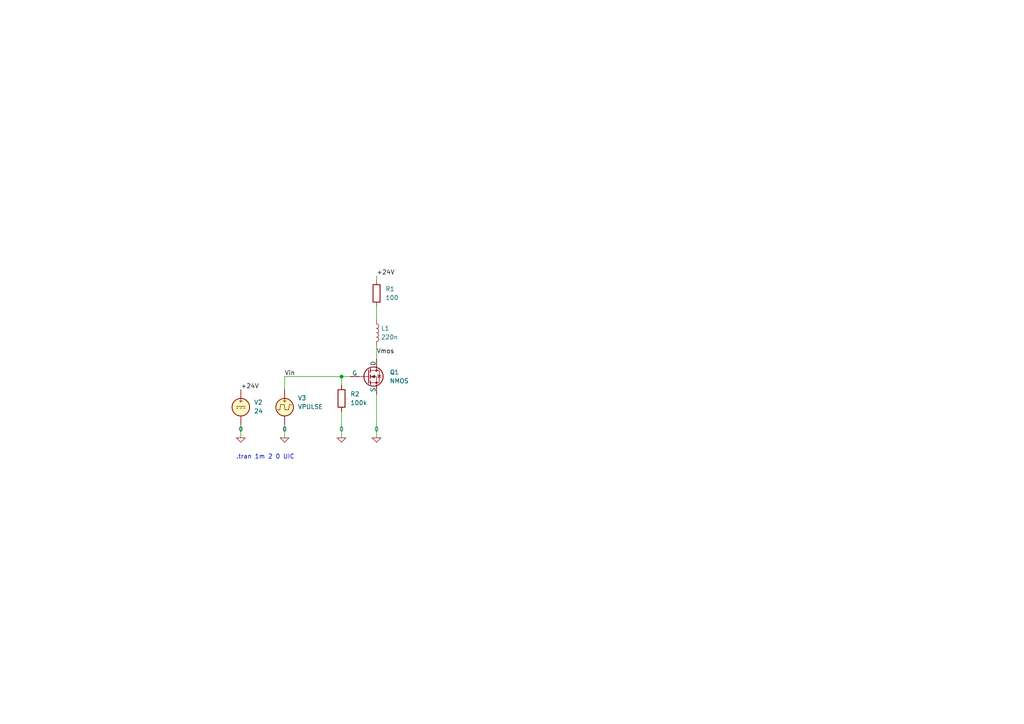
<source format=kicad_sch>
(kicad_sch (version 20231120) (generator "eeschema") (generator_version "8.0")
  (paper "A4")
  (lib_symbols
    (symbol "Device:L" (pin_numbers hide) (pin_names (offset 1.016) hide)
      (property "Reference" "L" (at -1.27 0 90))
      (property "Value" "L" (at 1.905 0 90))
      (symbol "L_0_1"
        (arc (start 0 -2.54) (mid 0.6323 -1.905) (end 0 -1.27))
        (arc (start 0 -1.27) (mid 0.6323 -0.635) (end 0 0))
        (arc (start 0 0) (mid 0.6323 0.635) (end 0 1.27))
        (arc (start 0 1.27) (mid 0.6323 1.905) (end 0 2.54))
      )
      (symbol "L_1_1"
        (pin passive line (at 0 3.81 270) (length 1.27) (name "1") (number "1"))
        (pin passive line (at 0 -3.81 90) (length 1.27) (name "2") (number "2"))
      )
    )
    (symbol "Device:R" (pin_numbers hide) (pin_names (offset 0))
      (property "Reference" "R" (at 2.032 0 90))
      (property "Value" "R" (at 0 0 90))
      (symbol "R_0_1"
        (rectangle (start -1.016 -2.54) (end 1.016 2.54) (stroke (width 0.254)))
      )
      (symbol "R_1_1"
        (pin passive line (at 0 3.81 270) (length 1.27) (name "~") (number "1"))
        (pin passive line (at 0 -3.81 90) (length 1.27) (name "~") (number "2"))
      )
    )
    (symbol "Simulation_SPICE:0" (power) (pin_numbers hide) (pin_names (offset 0) hide)
      (property "Value" "0" (at 0 -2.54 0))
      (symbol "0_0_1"
        (polyline (pts (xy -1.27 0) (xy 0 -1.27) (xy 1.27 0) (xy -1.27 0)))
      )
      (symbol "0_1_1"
        (pin power_in line (at 0 0 0) (length 0) (name "~") (number "1"))
      )
    )
    (symbol "Simulation_SPICE:NMOS" (pin_numbers hide) (pin_names (offset 0))
      (property "Reference" "Q" (at 5.08 1.27 0))
      (property "Value" "NMOS" (at 5.08 -1.27 0))
      (symbol "NMOS_0_1"
        (polyline (pts (xy 0.254 0) (xy -2.54 0)))
        (polyline (pts (xy 0.254 1.905) (xy 0.254 -1.905)) (stroke (width 0.254)))
        (polyline (pts (xy 0.762 -1.27) (xy 0.762 -2.286)) (stroke (width 0.254)))
        (polyline (pts (xy 0.762 0.508) (xy 0.762 -0.508)) (stroke (width 0.254)))
        (polyline (pts (xy 0.762 2.286) (xy 0.762 1.27)) (stroke (width 0.254)))
        (polyline (pts (xy 2.54 2.54) (xy 2.54 1.778)))
        (polyline (pts (xy 2.54 -2.54) (xy 2.54 0) (xy 0.762 0)))
        (polyline (pts (xy 0.762 -1.778) (xy 3.302 -1.778) (xy 3.302 1.778) (xy 0.762 1.778)))
        (polyline (pts (xy 1.016 0) (xy 2.032 0.381) (xy 2.032 -0.381) (xy 1.016 0)) (fill (type outline)))
        (polyline (pts (xy 2.794 0.508) (xy 2.921 0.381) (xy 3.683 0.381) (xy 3.81 0.254)))
        (polyline (pts (xy 3.302 0.381) (xy 2.921 -0.254) (xy 3.683 -0.254) (xy 3.302 0.381)))
        (circle (center 1.651 0) (radius 2.794) (stroke (width 0.254)))
        (circle (center 2.54 -1.778) (radius 0.254) (fill (type outline)))
        (circle (center 2.54 1.778) (radius 0.254) (fill (type outline)))
      )
      (symbol "NMOS_1_1"
        (pin passive line (at 2.54 5.08 270) (length 2.54) (name "D") (number "1"))
        (pin input line (at -5.08 0 0) (length 2.54) (name "G") (number "2"))
        (pin passive line (at 2.54 -5.08 90) (length 2.54) (name "S") (number "3"))
      )
    )
    (symbol "Simulation_SPICE:VDC" (pin_numbers hide) (pin_names (offset 0.0254))
      (property "Reference" "V" (at 2.54 2.54 0))
      (property "Value" "1" (at 2.54 0 0))
      (symbol "VDC_0_0"
        (polyline (pts (xy -1.27 0.254) (xy 1.27 0.254)))
        (polyline (pts (xy -0.762 -0.254) (xy -1.27 -0.254)))
        (polyline (pts (xy 0.254 -0.254) (xy -0.254 -0.254)))
        (polyline (pts (xy 1.27 -0.254) (xy 0.762 -0.254)))
        (text "+" (at 0 1.905 0) (effects (font (size 1.27 1.27))))
      )
      (symbol "VDC_0_1"
        (circle (center 0 0) (radius 2.54) (stroke (width 0.254)) (fill (type background)))
      )
      (symbol "VDC_1_1"
        (pin passive line (at 0 5.08 270) (length 2.54) (name "~") (number "1"))
        (pin passive line (at 0 -5.08 90) (length 2.54) (name "~") (number "2"))
      )
    )
    (symbol "Simulation_SPICE:VPULSE" (pin_numbers hide) (pin_names (offset 0.0254))
      (property "Reference" "V" (at 2.54 2.54 0))
      (property "Value" "VPULSE" (at 2.54 0 0))
      (property "Sim.Params" "y1=0 y2=1 td=2n tr=2n tf=2n tw=50n per=100n" (at 2.54 -2.54 0))
      (symbol "VPULSE_0_0"
        (polyline (pts (xy -2.032 -0.762) (xy -1.397 -0.762) (xy -1.143 0.762) (xy -0.127 0.762) (xy 0.127 -0.762) (xy 1.143 -0.762) (xy 1.397 0.762) (xy 2.032 0.762)))
        (text "+" (at 0 1.905 0) (effects (font (size 1.27 1.27))))
      )
      (symbol "VPULSE_0_1"
        (circle (center 0 0) (radius 2.54) (stroke (width 0.254)) (fill (type background)))
      )
      (symbol "VPULSE_1_1"
        (pin passive line (at 0 5.08 270) (length 2.54) (name "~") (number "1"))
        (pin passive line (at 0 -5.08 90) (length 2.54) (name "~") (number "2"))
      )
    )
  )
  (junction (at 99.06 109.22))
  (wire (pts (xy 69.85 123.19) (xy 69.85 127)))
  (wire (pts (xy 99.06 109.22) (xy 99.06 111.76)))
  (wire (pts (xy 82.55 109.22) (xy 99.06 109.22)))
  (wire (pts (xy 82.55 113.03) (xy 82.55 109.22)))
  (wire (pts (xy 109.22 80.01) (xy 109.22 81.28)))
  (wire (pts (xy 109.22 114.3) (xy 109.22 127)))
  (wire (pts (xy 82.55 123.19) (xy 82.55 127)))
  (wire (pts (xy 109.22 100.33) (xy 109.22 104.14)))
  (wire (pts (xy 99.06 119.38) (xy 99.06 127)))
  (wire (pts (xy 99.06 109.22) (xy 101.6 109.22)))
  (wire (pts (xy 109.22 88.9) (xy 109.22 92.71)))
  (text ".tran 1m 2 0 UIC" (at 76.962 132.588 0) (effects (font (size 1.27 1.27))))
  (label "+24V" (at 109.22 80.01 0))
  (label "+24V" (at 69.85 113.03 0))
  (label "Vmos" (at 109.22 102.87 0))
  (label "Vin" (at 82.55 109.22 0))
  (symbol (lib_id "Device:L") (at 109.22 96.52 0) (unit 1)
    (property "Reference" "L1" (at 110.49 95.2499 0) (effects (justify left)))
    (property "Value" "220n" (at 110.49 97.7899 0) (effects (justify left)))
    (property "Description" "Inductor" (effects (hide yes)))
  )
  (symbol (lib_id "Device:R") (at 99.06 115.57 180) (unit 1)
    (property "Reference" "R2" (at 101.6 114.2999 0) (effects (justify right)))
    (property "Value" "100k" (at 101.6 116.8399 0) (effects (justify right)))
    (property "Description" "Resistor" (effects (hide yes)))
  )
  (symbol (lib_id "Device:R") (at 109.22 85.09 0) (unit 1)
    (property "Reference" "R1" (at 111.76 83.8199 0) (effects (justify left)))
    (property "Value" "100" (at 111.76 86.3599 0) (effects (justify left)))
    (property "Description" "Resistor" (effects (hide yes)))
  )
  (symbol (lib_id "Simulation_SPICE:NMOS") (at 106.68 109.22 0) (unit 1)
    (property "Reference" "Q1" (at 113.03 107.9499 0) (effects (justify left)))
    (property "Value" "NMOS" (at 113.03 110.4899 0) (effects (justify left)))
    (property "Datasheet" "https://ngspice.sourceforge.io/docs/ngspice-html-manual/manual.xhtml#cha_MOSFETs" (effects (hide yes)))
    (property "Description" "N-MOSFET transistor, drain/source/gate" (effects (hide yes)))
    (property "Sim.Device" "NMOS" (effects (hide yes)))
    (property "Sim.Type" "VDMOS" (effects (hide yes)))
    (property "Sim.Pins" "1=D 2=G 3=S" (effects (hide yes)))
  )
  (symbol (lib_id "Simulation_SPICE:0") (at 99.06 127 0) (unit 1)
    (property "Reference" "#GND04" (effects (hide yes)))
    (property "Value" "0" (at 99.06 124.46 0))
    (property "Datasheet" "https://ngspice.sourceforge.io/docs/ngspice-html-manual/manual.xhtml#subsec_Circuit_elements__device" (effects (hide yes)))
    (property "Description" "0V reference potential for simulation" (effects (hide yes)))
  )
  (symbol (lib_id "Simulation_SPICE:0") (at 69.85 127 0) (unit 1)
    (property "Reference" "#GND02" (effects (hide yes)))
    (property "Value" "0" (at 69.85 124.46 0))
    (property "Datasheet" "https://ngspice.sourceforge.io/docs/ngspice-html-manual/manual.xhtml#subsec_Circuit_elements__device" (effects (hide yes)))
    (property "Description" "0V reference potential for simulation" (effects (hide yes)))
  )
  (symbol (lib_id "Simulation_SPICE:VDC") (at 69.85 118.11 0) (unit 1)
    (property "Reference" "V2" (at 73.66 116.7101 0) (effects (justify left)))
    (property "Value" "24" (at 73.66 119.2501 0) (effects (justify left)))
    (property "Datasheet" "https://ngspice.sourceforge.io/docs/ngspice-html-manual/manual.xhtml#sec_Independent_Sources_for" (effects (hide yes)))
    (property "Description" "Voltage source, DC" (effects (hide yes)))
    (property "Sim.Pins" "1=+ 2=-" (effects (hide yes)))
    (property "Sim.Type" "DC" (effects (hide yes)))
    (property "Sim.Device" "V" (effects (hide yes)))
  )
  (symbol (lib_id "Simulation_SPICE:0") (at 82.55 127 0) (unit 1)
    (property "Reference" "#GND03" (effects (hide yes)))
    (property "Value" "0" (at 82.55 124.46 0))
    (property "Datasheet" "https://ngspice.sourceforge.io/docs/ngspice-html-manual/manual.xhtml#subsec_Circuit_elements__device" (effects (hide yes)))
    (property "Description" "0V reference potential for simulation" (effects (hide yes)))
  )
  (symbol (lib_id "Simulation_SPICE:0") (at 109.22 127 0) (unit 1)
    (property "Reference" "#GND01" (effects (hide yes)))
    (property "Value" "0" (at 109.22 124.46 0))
    (property "Datasheet" "https://ngspice.sourceforge.io/docs/ngspice-html-manual/manual.xhtml#subsec_Circuit_elements__device" (effects (hide yes)))
    (property "Description" "0V reference potential for simulation" (effects (hide yes)))
  )
  (symbol (lib_id "Simulation_SPICE:VPULSE") (at 82.55 118.11 0) (unit 1)
    (property "Reference" "V3" (at 86.36 115.4401 0) (effects (justify left)))
    (property "Value" "VPULSE" (at 86.36 117.9801 0) (effects (justify left)))
    (property "Datasheet" "https://ngspice.sourceforge.io/docs/ngspice-html-manual/manual.xhtml#sec_Independent_Sources_for" (effects (hide yes)))
    (property "Description" "Voltage source, pulse" (effects (hide yes)))
    (property "Sim.Pins" "1=+ 2=-" (effects (hide yes)))
    (property "Sim.Type" "PULSE" (effects (hide yes)))
    (property "Sim.Device" "V" (effects (hide yes)))
    (property "Sim.Params" "y1=0 y2=3.3 td=2n tr=2n tf=2n tw=0.5 per=1" (effects (hide yes)))
  )
)
</source>
